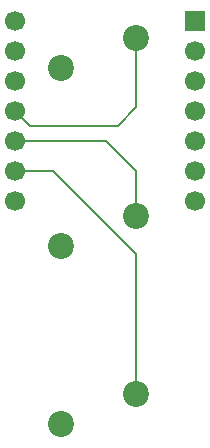
<source format=gbr>
%TF.GenerationSoftware,KiCad,Pcbnew,8.0.6*%
%TF.CreationDate,2024-10-21T23:56:12-04:00*%
%TF.ProjectId,Hackpad,4861636b-7061-4642-9e6b-696361645f70,rev?*%
%TF.SameCoordinates,Original*%
%TF.FileFunction,Copper,L2,Bot*%
%TF.FilePolarity,Positive*%
%FSLAX46Y46*%
G04 Gerber Fmt 4.6, Leading zero omitted, Abs format (unit mm)*
G04 Created by KiCad (PCBNEW 8.0.6) date 2024-10-21 23:56:12*
%MOMM*%
%LPD*%
G01*
G04 APERTURE LIST*
%TA.AperFunction,ComponentPad*%
%ADD10C,2.200000*%
%TD*%
%TA.AperFunction,ComponentPad*%
%ADD11R,1.700000X1.700000*%
%TD*%
%TA.AperFunction,ComponentPad*%
%ADD12C,1.700000*%
%TD*%
%TA.AperFunction,Conductor*%
%ADD13C,0.200000*%
%TD*%
G04 APERTURE END LIST*
D10*
%TO.P,SW3,1,1*%
%TO.N,Net-(U1-PA7_A8_D8_SCK)*%
X158741000Y-92640000D03*
%TO.P,SW3,2,2*%
%TO.N,GND*%
X152391000Y-95180000D03*
%TD*%
%TO.P,SW2,1,1*%
%TO.N,Net-(U1-PA5_A9_D9_MISO)*%
X158741000Y-77550000D03*
%TO.P,SW2,2,2*%
%TO.N,GND*%
X152391000Y-80090000D03*
%TD*%
%TO.P,SW1,1,1*%
%TO.N,Net-(U1-PA6_A10_D10_MOSI)*%
X158741000Y-62460000D03*
%TO.P,SW1,2,2*%
%TO.N,GND*%
X152391000Y-65000000D03*
%TD*%
D11*
%TO.P,U1,1,PA02_A0_D0*%
%TO.N,unconnected-(U1-PA02_A0_D0-Pad1)*%
X163750000Y-61000000D03*
D12*
%TO.P,U1,2,PA4_A1_D1*%
%TO.N,unconnected-(U1-PA4_A1_D1-Pad2)*%
X163750000Y-63540000D03*
%TO.P,U1,3,PA10_A2_D2*%
%TO.N,unconnected-(U1-PA10_A2_D2-Pad3)*%
X163750000Y-66080000D03*
%TO.P,U1,4,PA11_A3_D3*%
%TO.N,unconnected-(U1-PA11_A3_D3-Pad4)*%
X163750000Y-68620000D03*
%TO.P,U1,5,PA8_A4_D4_SDA*%
%TO.N,unconnected-(U1-PA8_A4_D4_SDA-Pad5)*%
X163750000Y-71160000D03*
%TO.P,U1,6,PA9_A5_D5_SCL*%
%TO.N,unconnected-(U1-PA9_A5_D5_SCL-Pad6)*%
X163750000Y-73700000D03*
%TO.P,U1,7,PB08_A6_D6_TX*%
%TO.N,unconnected-(U1-PB08_A6_D6_TX-Pad7)*%
X163750000Y-76240000D03*
%TO.P,U1,8,PB09_A7_D7_RX*%
%TO.N,unconnected-(U1-PB09_A7_D7_RX-Pad8)*%
X148500000Y-76240000D03*
%TO.P,U1,9,PA7_A8_D8_SCK*%
%TO.N,Net-(U1-PA7_A8_D8_SCK)*%
X148500000Y-73700000D03*
%TO.P,U1,10,PA5_A9_D9_MISO*%
%TO.N,Net-(U1-PA5_A9_D9_MISO)*%
X148500000Y-71160000D03*
%TO.P,U1,11,PA6_A10_D10_MOSI*%
%TO.N,Net-(U1-PA6_A10_D10_MOSI)*%
X148500000Y-68620000D03*
%TO.P,U1,12,3V3*%
%TO.N,unconnected-(U1-3V3-Pad12)*%
X148500000Y-66080000D03*
%TO.P,U1,13,GND*%
%TO.N,GND*%
X148500000Y-63540000D03*
%TO.P,U1,14,5V*%
%TO.N,unconnected-(U1-5V-Pad14)*%
X148500000Y-61000000D03*
%TD*%
D13*
%TO.N,Net-(U1-PA6_A10_D10_MOSI)*%
X158741000Y-68323402D02*
X157174402Y-69890000D01*
X149770000Y-69890000D02*
X148500000Y-68620000D01*
X157174402Y-69890000D02*
X149770000Y-69890000D01*
X158741000Y-62460000D02*
X158741000Y-68323402D01*
%TO.N,Net-(U1-PA5_A9_D9_MISO)*%
X148500000Y-71160000D02*
X156160000Y-71160000D01*
X156160000Y-71160000D02*
X158741000Y-73741000D01*
X158741000Y-73741000D02*
X158741000Y-77550000D01*
%TO.N,Net-(U1-PA7_A8_D8_SCK)*%
X148500000Y-73700000D02*
X151700000Y-73700000D01*
X158741000Y-80741000D02*
X158741000Y-92640000D01*
X151700000Y-73700000D02*
X158741000Y-80741000D01*
%TD*%
M02*

</source>
